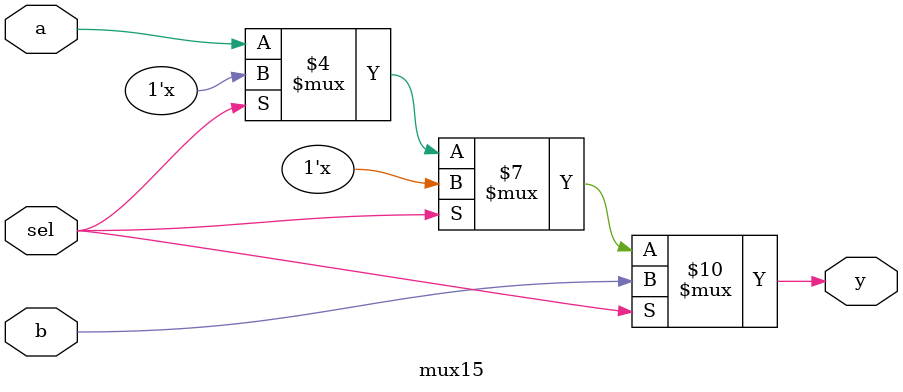
<source format=v>
module mux15(input a, b, sel,
                    output reg y);

    always @(*) begin
        if (sel)
            y = b;
        else if(!sel)
            y = a;
    end

endmodule
</source>
